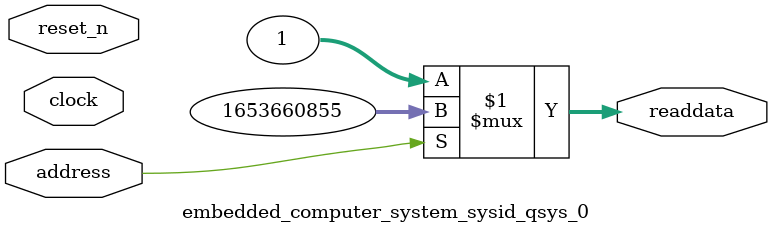
<source format=v>



// synthesis translate_off
`timescale 1ns / 1ps
// synthesis translate_on

// turn off superfluous verilog processor warnings 
// altera message_level Level1 
// altera message_off 10034 10035 10036 10037 10230 10240 10030 

module embedded_computer_system_sysid_qsys_0 (
               // inputs:
                address,
                clock,
                reset_n,

               // outputs:
                readdata
             )
;

  output  [ 31: 0] readdata;
  input            address;
  input            clock;
  input            reset_n;

  wire    [ 31: 0] readdata;
  //control_slave, which is an e_avalon_slave
  assign readdata = address ? 1653660855 : 1;

endmodule



</source>
